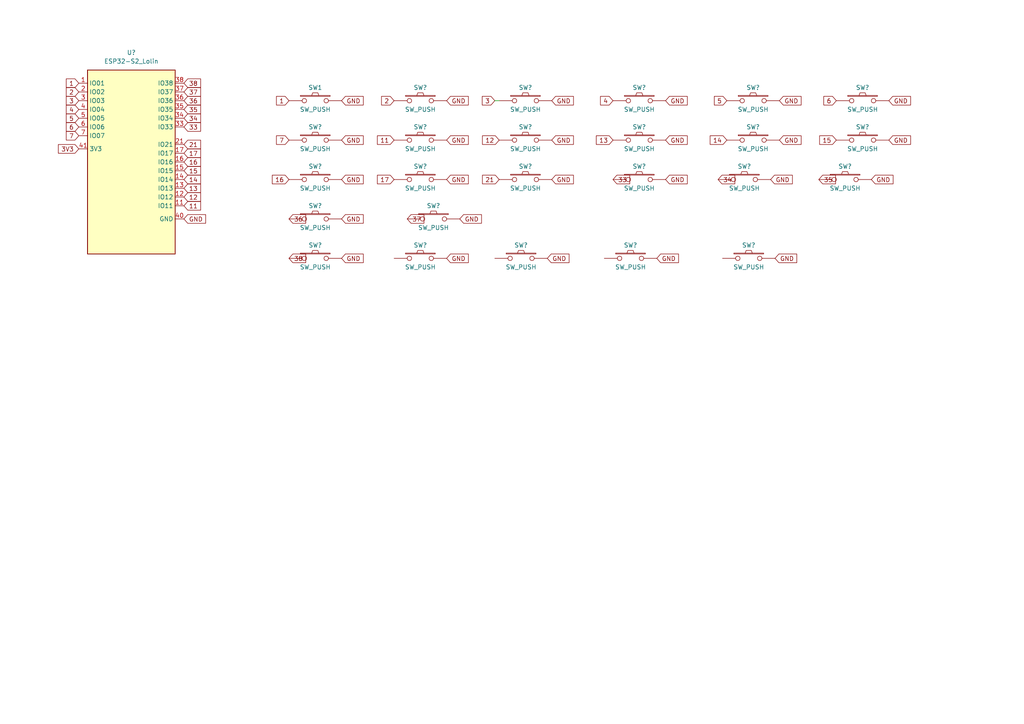
<source format=kicad_sch>
(kicad_sch (version 20211123) (generator eeschema)
  (paper "A4")
  (lib_symbols
    (symbol "Lily58_Pro-rescue:SW_PUSH-Lily58-cache" (pin_numbers hide) (pin_names (offset 1.016) hide)
      (property "Reference" "SW" (at 3.81 2.794 0))
      (property "Value" "SW_PUSH-Lily58-cache" (at 0 -2.032 0))
      (symbol "SW_PUSH-Lily58-cache_0_1"
        (rectangle (start -4.318 1.27) (end 4.318 1.524))
        (polyline (pts (xy -1.016 1.524) (xy -0.762 2.286) (xy 0.762 2.286) (xy 1.016 1.524)))
        (pin passive inverted (at -7.62 0 0) (length 5.08) (name "1") (number "1"))
        (pin passive inverted (at 7.62 0 180) (length 5.08) (name "2") (number "2"))
      )
    )
    (symbol "RF_Module:ESP32-S2_Lolin"
      (property "Reference" "U?" (at 0 33.02 0))
      (property "Value" "ESP32-S2_Lolin" (at 0 30.48 0))
      (symbol "ESP32-S2_Lolin_0_1"
        (rectangle (start -12.7 27.94) (end 12.7 -25.4) (stroke (width 0.254)) (fill (type background)))
      )
      (symbol "ESP32-S2_Lolin_1_1"
        (pin bidirectional line (at -15.24 24.13 0) (length 2.54) (name "IO01") (number "1"))
        (pin bidirectional line (at 15.24 -11.43 180) (length 2.54) (name "IO11") (number "11"))
        (pin bidirectional line (at 15.24 -8.89 180) (length 2.54) (name "IO12") (number "12"))
        (pin bidirectional line (at 15.24 -6.35 180) (length 2.54) (name "IO13") (number "13"))
        (pin bidirectional line (at 15.24 -3.81 180) (length 2.54) (name "IO14") (number "14"))
        (pin bidirectional line (at 15.24 -1.27 180) (length 2.54) (name "IO15") (number "15"))
        (pin bidirectional line (at 15.24 1.27 180) (length 2.54) (name "IO16") (number "16"))
        (pin bidirectional line (at 15.24 3.81 180) (length 2.54) (name "IO17") (number "17"))
        (pin bidirectional line (at -15.24 21.59 0) (length 2.54) (name "IO02") (number "2"))
        (pin bidirectional line (at 15.24 6.35 180) (length 2.54) (name "IO21") (number "21"))
        (pin bidirectional line (at -15.24 19.05 0) (length 2.54) (name "IO03") (number "3"))
        (pin bidirectional line (at 15.24 11.43 180) (length 2.54) (name "IO33") (number "33"))
        (pin bidirectional line (at 15.24 13.97 180) (length 2.54) (name "IO34") (number "34"))
        (pin bidirectional line (at 15.24 16.51 180) (length 2.54) (name "IO35") (number "35"))
        (pin bidirectional line (at 15.24 19.05 180) (length 2.54) (name "IO36") (number "36"))
        (pin bidirectional line (at 15.24 21.59 180) (length 2.54) (name "IO37") (number "37"))
        (pin bidirectional line (at 15.24 24.13 180) (length 2.54) (name "IO38") (number "38"))
        (pin bidirectional line (at -15.24 16.51 0) (length 2.54) (name "IO04") (number "4"))
        (pin power_in line (at 15.24 -15.24 180) (length 2.54) (name "GND") (number "40"))
        (pin power_in line (at -15.24 5.08 0) (length 2.54) (name "3V3") (number "41"))
        (pin bidirectional line (at -15.24 13.97 0) (length 2.54) (name "IO05") (number "5"))
        (pin bidirectional line (at -15.24 11.43 0) (length 2.54) (name "IO06") (number "6"))
        (pin bidirectional line (at -15.24 8.89 0) (length 2.54) (name "IO07") (number "7"))
      )
    )
  )
  (wire (pts (xy 144.78 29.21) (xy 143.51 29.21)))
  (global_label "GND" (shape input) (at 158.75 74.93 0) (property "Intersheet References" "${INTERSHEET_REFS}" (effects hide)))
  (global_label "21" (shape input) (at 144.78 52.07 180) (property "Intersheet References" "${INTERSHEET_REFS}" (effects hide)))
  (global_label "GND" (shape input) (at 257.81 40.64 0) (property "Intersheet References" "${INTERSHEET_REFS}" (effects hide)))
  (global_label "21" (shape input) (at 53.34 41.91 0) (property "Intersheet References" "${INTERSHEET_REFS}" (effects hide)))
  (global_label "GND" (shape input) (at 129.54 52.07 0) (property "Intersheet References" "${INTERSHEET_REFS}" (effects hide)))
  (global_label "6" (shape input) (at 242.57 29.21 180) (property "Intersheet References" "${INTERSHEET_REFS}" (effects hide)))
  (global_label "GND" (shape input) (at 160.02 40.64 0) (property "Intersheet References" "${INTERSHEET_REFS}" (effects hide)))
  (global_label "GND" (shape input) (at 99.06 29.21 0) (property "Intersheet References" "${INTERSHEET_REFS}" (effects hide)))
  (global_label "33" (shape input) (at 177.8 52.07 0) (property "Intersheet References" "${INTERSHEET_REFS}" (effects hide)))
  (global_label "6" (shape input) (at 22.86 36.83 180) (property "Intersheet References" "${INTERSHEET_REFS}" (effects hide)))
  (global_label "37" (shape input) (at 118.11 63.5 0) (property "Intersheet References" "${INTERSHEET_REFS}" (effects hide)))
  (global_label "1" (shape input) (at 83.82 29.21 180) (property "Intersheet References" "${INTERSHEET_REFS}" (effects hide)))
  (global_label "13" (shape input) (at 53.34 54.61 0) (property "Intersheet References" "${INTERSHEET_REFS}" (effects hide)))
  (global_label "33" (shape input) (at 53.34 36.83 0) (property "Intersheet References" "${INTERSHEET_REFS}" (effects hide)))
  (global_label "GND" (shape input) (at 99.06 40.64 0) (property "Intersheet References" "${INTERSHEET_REFS}" (effects hide)))
  (global_label "3V3" (shape input) (at 22.86 43.18 180) (property "Intersheet References" "${INTERSHEET_REFS}" (effects hide)))
  (global_label "11" (shape input) (at 53.34 59.69 0) (property "Intersheet References" "${INTERSHEET_REFS}" (effects hide)))
  (global_label "1" (shape input) (at 22.86 24.13 180) (property "Intersheet References" "${INTERSHEET_REFS}" (effects hide)))
  (global_label "36" (shape input) (at 83.82 63.5 0) (property "Intersheet References" "${INTERSHEET_REFS}" (effects hide)))
  (global_label "4" (shape input) (at 177.8 29.21 180) (property "Intersheet References" "${INTERSHEET_REFS}" (effects hide)))
  (global_label "3" (shape input) (at 22.86 29.21 180) (property "Intersheet References" "${INTERSHEET_REFS}" (effects hide)))
  (global_label "15" (shape input) (at 53.34 49.53 0) (property "Intersheet References" "${INTERSHEET_REFS}" (effects hide)))
  (global_label "GND" (shape input) (at 226.06 40.64 0) (property "Intersheet References" "${INTERSHEET_REFS}" (effects hide)))
  (global_label "4" (shape input) (at 22.86 31.75 180) (property "Intersheet References" "${INTERSHEET_REFS}" (effects hide)))
  (global_label "38" (shape input) (at 83.82 74.93 0) (property "Intersheet References" "${INTERSHEET_REFS}" (effects hide)))
  (global_label "2" (shape input) (at 114.3 29.21 180) (property "Intersheet References" "${INTERSHEET_REFS}" (effects hide)))
  (global_label "GND" (shape input) (at 160.02 52.07 0) (property "Intersheet References" "${INTERSHEET_REFS}" (effects hide)))
  (global_label "GND" (shape input) (at 223.52 52.07 0) (property "Intersheet References" "${INTERSHEET_REFS}" (effects hide)))
  (global_label "GND" (shape input) (at 133.35 63.5 0) (property "Intersheet References" "${INTERSHEET_REFS}" (effects hide)))
  (global_label "14" (shape input) (at 53.34 52.07 0) (property "Intersheet References" "${INTERSHEET_REFS}" (effects hide)))
  (global_label "GND" (shape input) (at 99.06 52.07 0) (property "Intersheet References" "${INTERSHEET_REFS}" (effects hide)))
  (global_label "5" (shape input) (at 22.86 34.29 180) (property "Intersheet References" "${INTERSHEET_REFS}" (effects hide)))
  (global_label "2" (shape input) (at 22.86 26.67 180) (property "Intersheet References" "${INTERSHEET_REFS}" (effects hide)))
  (global_label "5" (shape input) (at 210.82 29.21 180) (property "Intersheet References" "${INTERSHEET_REFS}" (effects hide)))
  (global_label "17" (shape input) (at 53.34 44.45 0) (property "Intersheet References" "${INTERSHEET_REFS}" (effects hide)))
  (global_label "34" (shape input) (at 208.28 52.07 0) (property "Intersheet References" "${INTERSHEET_REFS}" (effects hide)))
  (global_label "GND" (shape input) (at 193.04 29.21 0) (property "Intersheet References" "${INTERSHEET_REFS}" (effects hide)))
  (global_label "14" (shape input) (at 210.82 40.64 180) (property "Intersheet References" "${INTERSHEET_REFS}" (effects hide)))
  (global_label "GND" (shape input) (at 226.06 29.21 0) (property "Intersheet References" "${INTERSHEET_REFS}" (effects hide)))
  (global_label "7" (shape input) (at 22.86 39.37 180) (property "Intersheet References" "${INTERSHEET_REFS}" (effects hide)))
  (global_label "3" (shape input) (at 143.51 29.21 180) (property "Intersheet References" "${INTERSHEET_REFS}" (effects hide)))
  (global_label "GND" (shape input) (at 129.54 74.93 0) (property "Intersheet References" "${INTERSHEET_REFS}" (effects hide)))
  (global_label "GND" (shape input) (at 99.06 63.5 0) (property "Intersheet References" "${INTERSHEET_REFS}" (effects hide)))
  (global_label "GND" (shape input) (at 160.02 29.21 0) (property "Intersheet References" "${INTERSHEET_REFS}" (effects hide)))
  (global_label "16" (shape input) (at 83.82 52.07 180) (property "Intersheet References" "${INTERSHEET_REFS}" (effects hide)))
  (global_label "35" (shape input) (at 237.49 52.07 0) (property "Intersheet References" "${INTERSHEET_REFS}" (effects hide)))
  (global_label "7" (shape input) (at 83.82 40.64 180) (property "Intersheet References" "${INTERSHEET_REFS}" (effects hide)))
  (global_label "34" (shape input) (at 53.34 34.29 0) (property "Intersheet References" "${INTERSHEET_REFS}" (effects hide)))
  (global_label "15" (shape input) (at 242.57 40.64 180) (property "Intersheet References" "${INTERSHEET_REFS}" (effects hide)))
  (global_label "36" (shape input) (at 53.34 29.21 0) (property "Intersheet References" "${INTERSHEET_REFS}" (effects hide)))
  (global_label "38" (shape input) (at 53.34 24.13 0) (property "Intersheet References" "${INTERSHEET_REFS}" (effects hide)))
  (global_label "16" (shape input) (at 53.34 46.99 0) (property "Intersheet References" "${INTERSHEET_REFS}" (effects hide)))
  (global_label "12" (shape input) (at 53.34 57.15 0) (property "Intersheet References" "${INTERSHEET_REFS}" (effects hide)))
  (global_label "GND" (shape input) (at 257.81 29.21 0) (property "Intersheet References" "${INTERSHEET_REFS}" (effects hide)))
  (global_label "11" (shape input) (at 114.3 40.64 180) (property "Intersheet References" "${INTERSHEET_REFS}" (effects hide)))
  (global_label "GND" (shape input) (at 99.06 74.93 0) (property "Intersheet References" "${INTERSHEET_REFS}" (effects hide)))
  (global_label "GND" (shape input) (at 129.54 29.21 0) (property "Intersheet References" "${INTERSHEET_REFS}" (effects hide)))
  (global_label "GND" (shape input) (at 129.54 40.64 0) (property "Intersheet References" "${INTERSHEET_REFS}" (effects hide)))
  (global_label "17" (shape input) (at 114.3 52.07 180) (property "Intersheet References" "${INTERSHEET_REFS}" (effects hide)))
  (global_label "GND" (shape input) (at 193.04 40.64 0) (property "Intersheet References" "${INTERSHEET_REFS}" (effects hide)))
  (global_label "12" (shape input) (at 144.78 40.64 180) (property "Intersheet References" "${INTERSHEET_REFS}" (effects hide)))
  (global_label "37" (shape input) (at 53.34 26.67 0) (property "Intersheet References" "${INTERSHEET_REFS}" (effects hide)))
  (global_label "GND" (shape input) (at 224.79 74.93 0) (property "Intersheet References" "${INTERSHEET_REFS}" (effects hide)))
  (global_label "GND" (shape input) (at 252.73 52.07 0) (property "Intersheet References" "${INTERSHEET_REFS}" (effects hide)))
  (global_label "35" (shape input) (at 53.34 31.75 0) (property "Intersheet References" "${INTERSHEET_REFS}" (effects hide)))
  (global_label "13" (shape input) (at 177.8 40.64 180) (property "Intersheet References" "${INTERSHEET_REFS}" (effects hide)))
  (global_label "GND" (shape input) (at 193.04 52.07 0) (property "Intersheet References" "${INTERSHEET_REFS}" (effects hide)))
  (global_label "GND" (shape input) (at 53.34 63.5 0) (property "Intersheet References" "${INTERSHEET_REFS}" (effects hide)))
  (global_label "GND" (shape input) (at 190.5 74.93 0) (property "Intersheet References" "${INTERSHEET_REFS}" (effects hide)))
  (symbol (lib_id "Lily58_Pro-rescue:SW_PUSH-Lily58-cache") (at 250.19 40.64 0) (unit 1)
    (property "Reference" "SW?" (at 250.19 36.83 0))
    (property "Value" "SW_PUSH" (at 250.19 43.18 0))
    (property "Footprint" "Lily58-footprint:CherryMX_KailhLowProfile_Hotswap" (effects hide))
  )
  (symbol (lib_id "RF_Module:ESP32-S2_Lolin") (at 38.1 48.26 0) (unit 1)
    (property "Reference" "U?" (at 38.1 15.24 0))
    (property "Value" "ESP32-S2_Lolin" (at 38.1 17.78 0))
  )
  (symbol (lib_id "Lily58_Pro-rescue:SW_PUSH-Lily58-cache") (at 250.19 29.21 0) (unit 1)
    (property "Reference" "SW?" (at 250.19 25.4 0))
    (property "Value" "SW_PUSH" (at 250.19 31.75 0))
    (property "Footprint" "Lily58-footprint:CherryMX_KailhLowProfile_Hotswap" (effects hide))
  )
  (symbol (lib_id "Lily58_Pro-rescue:SW_PUSH-Lily58-cache") (at 125.73 63.5 0) (unit 1)
    (property "Reference" "SW?" (at 125.73 59.69 0))
    (property "Value" "SW_PUSH" (at 125.73 66.04 0))
    (property "Footprint" "Lily58-footprint:CherryMX_KailhLowProfile_Hotswap" (effects hide))
  )
  (symbol (lib_id "Lily58_Pro-rescue:SW_PUSH-Lily58-cache") (at 245.11 52.07 0) (unit 1)
    (property "Reference" "SW?" (at 245.11 48.26 0))
    (property "Value" "SW_PUSH" (at 245.11 54.61 0))
    (property "Footprint" "Lily58-footprint:CherryMX_KailhLowProfile_Hotswap" (effects hide))
  )
  (symbol (lib_id "Lily58_Pro-rescue:SW_PUSH-Lily58-cache") (at 152.4 52.07 0) (unit 1)
    (property "Reference" "SW?" (at 152.4 48.26 0))
    (property "Value" "SW_PUSH" (at 152.4 54.61 0))
    (property "Footprint" "Lily58-footprint:CherryMX_KailhLowProfile_Hotswap" (effects hide))
  )
  (symbol (lib_id "Lily58_Pro-rescue:SW_PUSH-Lily58-cache") (at 152.4 29.21 0) (unit 1)
    (property "Reference" "SW?" (at 152.4 25.4 0))
    (property "Value" "SW_PUSH" (at 152.4 31.75 0))
    (property "Footprint" "Lily58-footprint:CherryMX_KailhLowProfile_Hotswap" (effects hide))
  )
  (symbol (lib_id "Lily58_Pro-rescue:SW_PUSH-Lily58-cache") (at 121.92 40.64 0) (unit 1)
    (property "Reference" "SW?" (at 121.92 36.83 0))
    (property "Value" "SW_PUSH" (at 121.92 43.18 0))
    (property "Footprint" "Lily58-footprint:CherryMX_KailhLowProfile_Hotswap" (effects hide))
  )
  (symbol (lib_id "Lily58_Pro-rescue:SW_PUSH-Lily58-cache") (at 91.44 29.21 0) (unit 1)
    (property "Reference" "SW1" (at 91.44 25.4 0))
    (property "Value" "SW_PUSH" (at 91.44 31.75 0))
    (property "Footprint" "Lily58-footprint:CherryMX_KailhLowProfile_Hotswap" (effects hide))
  )
  (symbol (lib_id "Lily58_Pro-rescue:SW_PUSH-Lily58-cache") (at 121.92 52.07 0) (unit 1)
    (property "Reference" "SW?" (at 121.92 48.26 0))
    (property "Value" "SW_PUSH" (at 121.92 54.61 0))
    (property "Footprint" "Lily58-footprint:CherryMX_KailhLowProfile_Hotswap" (effects hide))
  )
  (symbol (lib_id "Lily58_Pro-rescue:SW_PUSH-Lily58-cache") (at 185.42 40.64 0) (unit 1)
    (property "Reference" "SW?" (at 185.42 36.83 0))
    (property "Value" "SW_PUSH" (at 185.42 43.18 0))
    (property "Footprint" "Lily58-footprint:CherryMX_KailhLowProfile_Hotswap" (effects hide))
  )
  (symbol (lib_id "Lily58_Pro-rescue:SW_PUSH-Lily58-cache") (at 215.9 52.07 0) (unit 1)
    (property "Reference" "SW?" (at 215.9 48.26 0))
    (property "Value" "SW_PUSH" (at 215.9 54.61 0))
    (property "Footprint" "Lily58-footprint:CherryMX_KailhLowProfile_Hotswap" (effects hide))
  )
  (symbol (lib_id "Lily58_Pro-rescue:SW_PUSH-Lily58-cache") (at 185.42 52.07 0) (unit 1)
    (property "Reference" "SW?" (at 185.42 48.26 0))
    (property "Value" "SW_PUSH" (at 185.42 54.61 0))
    (property "Footprint" "Lily58-footprint:CherryMX_KailhLowProfile_Hotswap" (effects hide))
  )
  (symbol (lib_id "Lily58_Pro-rescue:SW_PUSH-Lily58-cache") (at 91.44 63.5 0) (unit 1)
    (property "Reference" "SW?" (at 91.44 59.69 0))
    (property "Value" "SW_PUSH" (at 91.44 66.04 0))
    (property "Footprint" "Lily58-footprint:CherryMX_KailhLowProfile_Hotswap" (effects hide))
  )
  (symbol (lib_id "Lily58_Pro-rescue:SW_PUSH-Lily58-cache") (at 185.42 29.21 0) (unit 1)
    (property "Reference" "SW?" (at 185.42 25.4 0))
    (property "Value" "SW_PUSH" (at 185.42 31.75 0))
    (property "Footprint" "Lily58-footprint:CherryMX_KailhLowProfile_Hotswap" (effects hide))
  )
  (symbol (lib_id "Lily58_Pro-rescue:SW_PUSH-Lily58-cache") (at 151.13 74.93 0) (unit 1)
    (property "Reference" "SW?" (at 151.13 71.12 0))
    (property "Value" "SW_PUSH" (at 151.13 77.47 0))
    (property "Footprint" "Lily58-footprint:CherryMX_KailhLowProfile_Hotswap" (effects hide))
  )
  (symbol (lib_id "Lily58_Pro-rescue:SW_PUSH-Lily58-cache") (at 121.92 29.21 0) (unit 1)
    (property "Reference" "SW?" (at 121.92 25.4 0))
    (property "Value" "SW_PUSH" (at 121.92 31.75 0))
    (property "Footprint" "Lily58-footprint:CherryMX_KailhLowProfile_Hotswap" (effects hide))
  )
  (symbol (lib_id "Lily58_Pro-rescue:SW_PUSH-Lily58-cache") (at 182.88 74.93 0) (unit 1)
    (property "Reference" "SW?" (at 182.88 71.12 0))
    (property "Value" "SW_PUSH" (at 182.88 77.47 0))
    (property "Footprint" "Lily58-footprint:CherryMX_KailhLowProfile_Hotswap" (effects hide))
  )
  (symbol (lib_id "Lily58_Pro-rescue:SW_PUSH-Lily58-cache") (at 218.44 40.64 0) (unit 1)
    (property "Reference" "SW?" (at 218.44 36.83 0))
    (property "Value" "SW_PUSH" (at 218.44 43.18 0))
    (property "Footprint" "Lily58-footprint:CherryMX_KailhLowProfile_Hotswap" (effects hide))
  )
  (symbol (lib_id "Lily58_Pro-rescue:SW_PUSH-Lily58-cache") (at 121.92 74.93 0) (unit 1)
    (property "Reference" "SW?" (at 121.92 71.12 0))
    (property "Value" "SW_PUSH" (at 121.92 77.47 0))
    (property "Footprint" "Lily58-footprint:CherryMX_KailhLowProfile_Hotswap" (effects hide))
  )
  (symbol (lib_id "Lily58_Pro-rescue:SW_PUSH-Lily58-cache") (at 218.44 29.21 0) (unit 1)
    (property "Reference" "SW?" (at 218.44 25.4 0))
    (property "Value" "SW_PUSH" (at 218.44 31.75 0))
    (property "Footprint" "Lily58-footprint:CherryMX_KailhLowProfile_Hotswap" (effects hide))
  )
  (symbol (lib_id "Lily58_Pro-rescue:SW_PUSH-Lily58-cache") (at 91.44 74.93 0) (unit 1)
    (property "Reference" "SW?" (at 91.44 71.12 0))
    (property "Value" "SW_PUSH" (at 91.44 77.47 0))
    (property "Footprint" "Lily58-footprint:CherryMX_KailhLowProfile_Hotswap" (effects hide))
  )
  (symbol (lib_id "Lily58_Pro-rescue:SW_PUSH-Lily58-cache") (at 91.44 52.07 0) (unit 1)
    (property "Reference" "SW?" (at 91.44 48.26 0))
    (property "Value" "SW_PUSH" (at 91.44 54.61 0))
    (property "Footprint" "Lily58-footprint:CherryMX_KailhLowProfile_Hotswap" (effects hide))
  )
  (symbol (lib_id "Lily58_Pro-rescue:SW_PUSH-Lily58-cache") (at 91.44 40.64 0) (unit 1)
    (property "Reference" "SW?" (at 91.44 36.83 0))
    (property "Value" "SW_PUSH" (at 91.44 43.18 0))
    (property "Footprint" "Lily58-footprint:CherryMX_KailhLowProfile_Hotswap" (effects hide))
  )
  (symbol (lib_id "Lily58_Pro-rescue:SW_PUSH-Lily58-cache") (at 152.4 40.64 0) (unit 1)
    (property "Reference" "SW?" (at 152.4 36.83 0))
    (property "Value" "SW_PUSH" (at 152.4 43.18 0))
    (property "Footprint" "Lily58-footprint:CherryMX_KailhLowProfile_Hotswap" (effects hide))
  )
  (symbol (lib_id "Lily58_Pro-rescue:SW_PUSH-Lily58-cache") (at 217.17 74.93 0) (unit 1)
    (property "Reference" "SW?" (at 217.17 71.12 0))
    (property "Value" "SW_PUSH" (at 217.17 77.47 0))
    (property "Footprint" "Lily58-footprint:CherryMX_KailhLowProfile_Hotswap" (effects hide))
  )
)
</source>
